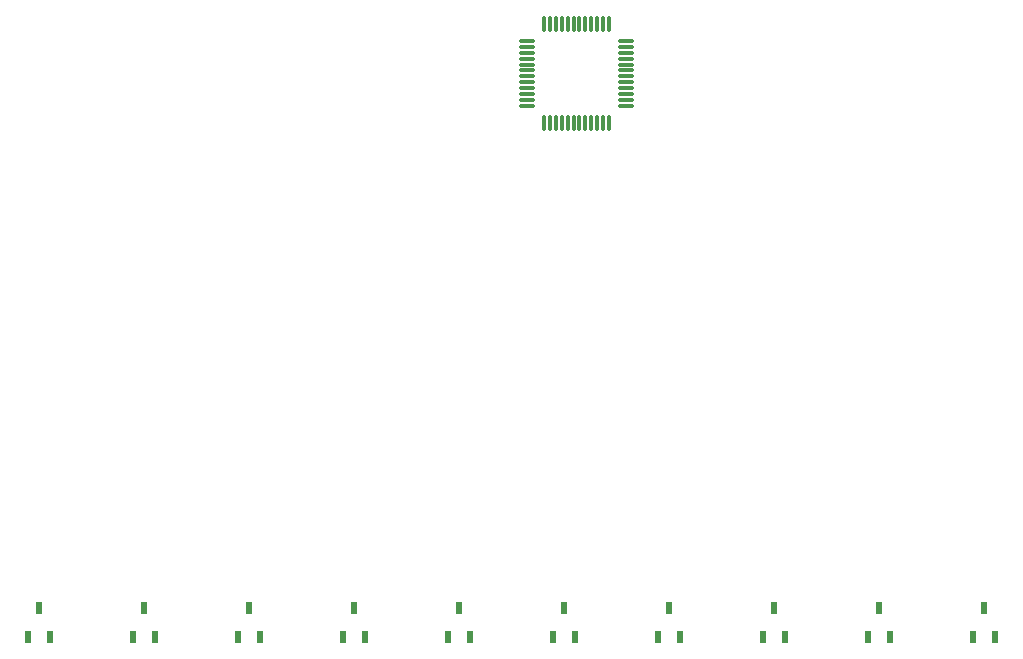
<source format=gtp>
G04*
G04 #@! TF.GenerationSoftware,Altium Limited,Altium Designer,23.1.1 (15)*
G04*
G04 Layer_Color=8421504*
%FSLAX44Y44*%
%MOMM*%
G71*
G04*
G04 #@! TF.SameCoordinates,EF6C7277-5682-414E-8E18-456B4B33E10A*
G04*
G04*
G04 #@! TF.FilePolarity,Positive*
G04*
G01*
G75*
%ADD14O,1.4000X0.3000*%
%ADD15O,0.3000X1.4000*%
%ADD16R,0.6000X1.1000*%
D14*
X513000Y742500D02*
D03*
X597000Y772500D02*
D03*
X513000Y777500D02*
D03*
Y772500D02*
D03*
Y767500D02*
D03*
Y762500D02*
D03*
Y757500D02*
D03*
Y752500D02*
D03*
Y747500D02*
D03*
Y737500D02*
D03*
Y732500D02*
D03*
Y727500D02*
D03*
Y722500D02*
D03*
X597000D02*
D03*
Y727500D02*
D03*
Y732500D02*
D03*
Y737500D02*
D03*
Y742500D02*
D03*
Y747500D02*
D03*
Y752500D02*
D03*
Y757500D02*
D03*
Y762500D02*
D03*
Y767500D02*
D03*
Y777500D02*
D03*
D15*
X562500Y708000D02*
D03*
X577500D02*
D03*
X532500Y792000D02*
D03*
X527500Y708000D02*
D03*
X532500D02*
D03*
X537500D02*
D03*
X542500D02*
D03*
X547500D02*
D03*
X552500D02*
D03*
X557500D02*
D03*
X567500D02*
D03*
X572500D02*
D03*
X582500D02*
D03*
Y792000D02*
D03*
X577500D02*
D03*
X572500D02*
D03*
X567500D02*
D03*
X562500D02*
D03*
X557500D02*
D03*
X552500D02*
D03*
X547500D02*
D03*
X542500D02*
D03*
X537500D02*
D03*
X527500D02*
D03*
D16*
X179389Y273000D02*
D03*
X198389D02*
D03*
X188889Y297000D02*
D03*
X534944Y273000D02*
D03*
X544444Y297000D02*
D03*
X553944Y273000D02*
D03*
X890500D02*
D03*
X900000Y297000D02*
D03*
X909500Y273000D02*
D03*
X801611D02*
D03*
X811111Y297000D02*
D03*
X820611Y273000D02*
D03*
X100000Y297000D02*
D03*
X109500Y273000D02*
D03*
X90500D02*
D03*
X268278D02*
D03*
X277778Y297000D02*
D03*
X287278Y273000D02*
D03*
X357167D02*
D03*
X366667Y297000D02*
D03*
X376167Y273000D02*
D03*
X446055D02*
D03*
X455555Y297000D02*
D03*
X465056Y273000D02*
D03*
X623833D02*
D03*
X633333Y297000D02*
D03*
X642833Y273000D02*
D03*
X712722D02*
D03*
X722222Y297000D02*
D03*
X731722Y273000D02*
D03*
M02*

</source>
